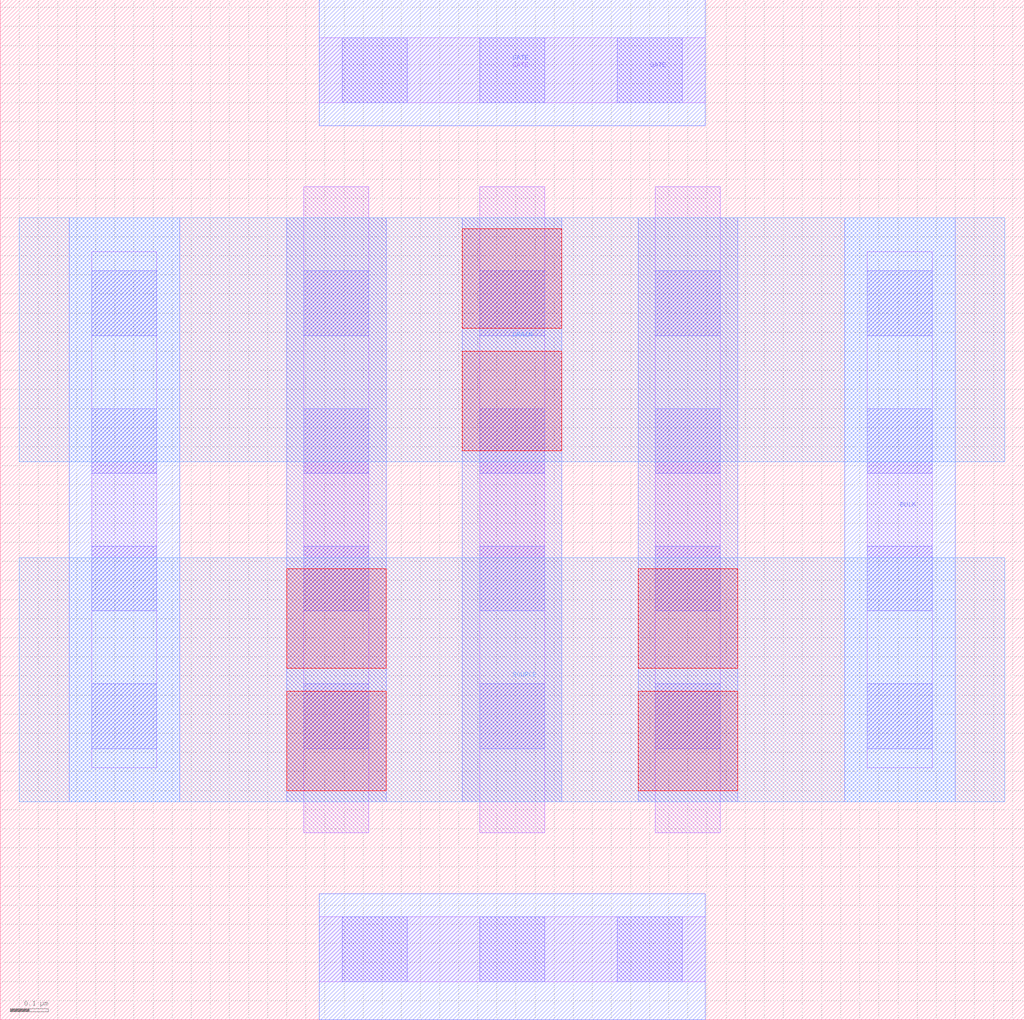
<source format=lef>
# Copyright 2020 The SkyWater PDK Authors
#
# Licensed under the Apache License, Version 2.0 (the "License");
# you may not use this file except in compliance with the License.
# You may obtain a copy of the License at
#
#     https://www.apache.org/licenses/LICENSE-2.0
#
# Unless required by applicable law or agreed to in writing, software
# distributed under the License is distributed on an "AS IS" BASIS,
# WITHOUT WARRANTIES OR CONDITIONS OF ANY KIND, either express or implied.
# See the License for the specific language governing permissions and
# limitations under the License.
#
# SPDX-License-Identifier: Apache-2.0

VERSION 5.7 ;
  NOWIREEXTENSIONATPIN ON ;
  DIVIDERCHAR "/" ;
  BUSBITCHARS "[]" ;
MACRO sky130_fd_pr__rf_pfet_01v8_aM02W1p65L0p18
  CLASS BLOCK ;
  FOREIGN sky130_fd_pr__rf_pfet_01v8_aM02W1p65L0p18 ;
  ORIGIN  0.000000  0.000000 ;
  SIZE  2.680000 BY  2.670000 ;
  PIN BULK
    ANTENNADIFFAREA  0.957000 ;
    PORT
      LAYER met1 ;
        RECT 0.180000 0.570000 0.470000 2.100000 ;
        RECT 2.210000 0.570000 2.500000 2.100000 ;
    END
  END BULK
  PIN DRAIN
    ANTENNADIFFAREA  0.462000 ;
    PORT
      LAYER met2 ;
        RECT 0.050000 1.460000 2.630000 2.100000 ;
    END
  END DRAIN
  PIN GATE
    ANTENNAGATEAREA  0.594000 ;
    PORT
      LAYER li1 ;
        RECT 0.835000 0.100000 1.845000 0.270000 ;
        RECT 0.835000 2.400000 1.845000 2.570000 ;
      LAYER mcon ;
        RECT 0.895000 0.100000 1.065000 0.270000 ;
        RECT 0.895000 2.400000 1.065000 2.570000 ;
        RECT 1.255000 0.100000 1.425000 0.270000 ;
        RECT 1.255000 2.400000 1.425000 2.570000 ;
        RECT 1.615000 0.100000 1.785000 0.270000 ;
        RECT 1.615000 2.400000 1.785000 2.570000 ;
    END
    PORT
      LAYER met1 ;
        RECT 0.835000 0.000000 1.845000 0.330000 ;
        RECT 0.835000 2.340000 1.845000 2.670000 ;
    END
  END GATE
  PIN SOURCE
    ANTENNADIFFAREA  0.924000 ;
    PORT
      LAYER met2 ;
        RECT 0.050000 0.570000 2.630000 1.210000 ;
    END
  END SOURCE
  OBS
    LAYER li1 ;
      RECT 0.240000 0.660000 0.410000 2.010000 ;
      RECT 0.795000 0.490000 0.965000 2.180000 ;
      RECT 1.255000 0.490000 1.425000 2.180000 ;
      RECT 1.715000 0.490000 1.885000 2.180000 ;
      RECT 2.270000 0.660000 2.440000 2.010000 ;
    LAYER mcon ;
      RECT 0.240000 0.710000 0.410000 0.880000 ;
      RECT 0.240000 1.070000 0.410000 1.240000 ;
      RECT 0.240000 1.430000 0.410000 1.600000 ;
      RECT 0.240000 1.790000 0.410000 1.960000 ;
      RECT 0.795000 0.710000 0.965000 0.880000 ;
      RECT 0.795000 1.070000 0.965000 1.240000 ;
      RECT 0.795000 1.430000 0.965000 1.600000 ;
      RECT 0.795000 1.790000 0.965000 1.960000 ;
      RECT 1.255000 0.710000 1.425000 0.880000 ;
      RECT 1.255000 1.070000 1.425000 1.240000 ;
      RECT 1.255000 1.430000 1.425000 1.600000 ;
      RECT 1.255000 1.790000 1.425000 1.960000 ;
      RECT 1.715000 0.710000 1.885000 0.880000 ;
      RECT 1.715000 1.070000 1.885000 1.240000 ;
      RECT 1.715000 1.430000 1.885000 1.600000 ;
      RECT 1.715000 1.790000 1.885000 1.960000 ;
      RECT 2.270000 0.710000 2.440000 0.880000 ;
      RECT 2.270000 1.070000 2.440000 1.240000 ;
      RECT 2.270000 1.430000 2.440000 1.600000 ;
      RECT 2.270000 1.790000 2.440000 1.960000 ;
    LAYER met1 ;
      RECT 0.750000 0.570000 1.010000 2.100000 ;
      RECT 1.210000 0.570000 1.470000 2.100000 ;
      RECT 1.670000 0.570000 1.930000 2.100000 ;
    LAYER via ;
      RECT 0.750000 0.600000 1.010000 0.860000 ;
      RECT 0.750000 0.920000 1.010000 1.180000 ;
      RECT 1.210000 1.490000 1.470000 1.750000 ;
      RECT 1.210000 1.810000 1.470000 2.070000 ;
      RECT 1.670000 0.600000 1.930000 0.860000 ;
      RECT 1.670000 0.920000 1.930000 1.180000 ;
  END
END sky130_fd_pr__rf_pfet_01v8_aM02W1p65L0p18
END LIBRARY

</source>
